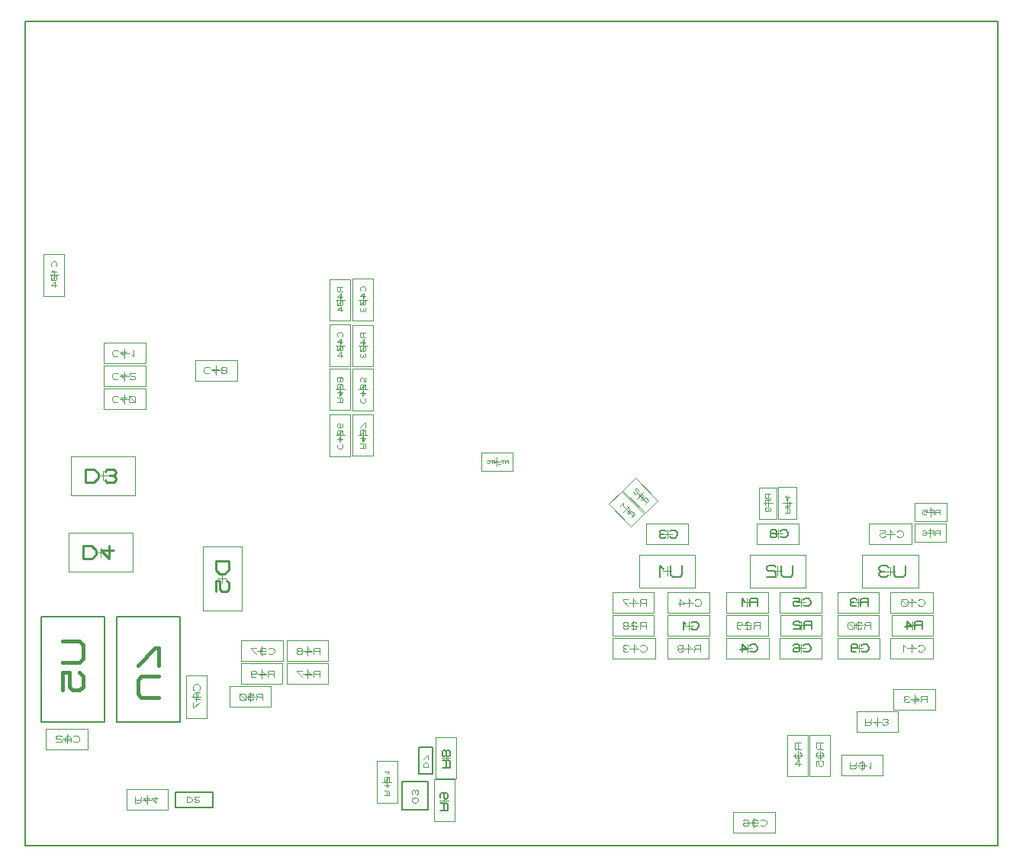
<source format=gbr>
G04 PROTEUS GERBER X2 FILE*
%TF.GenerationSoftware,Labcenter,Proteus,8.7-SP3-Build25561*%
%TF.CreationDate,2021-07-07T13:51:42+00:00*%
%TF.FileFunction,AssemblyDrawing,Bot*%
%TF.FilePolarity,Positive*%
%TF.Part,Single*%
%TF.SameCoordinates,{3a127f8b-3eab-4655-98d0-693b740bd20c}*%
%FSLAX45Y45*%
%MOMM*%
G01*
%TA.AperFunction,Profile*%
%ADD38C,0.203200*%
%TA.AperFunction,Material*%
%ADD121C,0.050000*%
%ADD134C,0.095000*%
%ADD129C,0.093000*%
%ADD46C,0.203200*%
%ADD119C,0.389040*%
%ADD126C,0.118750*%
%ADD150C,0.208330*%
%ADD135C,0.141000*%
%ADD122C,0.116250*%
%ADD151C,0.100580*%
%ADD152C,0.050710*%
%ADD136C,0.103290*%
%ADD153C,0.238330*%
%ADD120C,0.090090*%
%ADD154C,0.088750*%
%TD.AperFunction*%
D38*
X-1079500Y-6413500D02*
X+9715500Y-6413500D01*
X+9715500Y+2730500D01*
X-1079500Y+2730500D01*
X-1079500Y-6413500D01*
D121*
X+2528000Y-631000D02*
X+2528000Y-1101000D01*
X+2298000Y-1101000D01*
X+2298000Y-631000D01*
X+2528000Y-631000D01*
X+2363000Y-866000D02*
X+2463000Y-866000D01*
X+2413000Y-916000D02*
X+2413000Y-816000D01*
D134*
X+2432000Y-771000D02*
X+2441500Y-761500D01*
X+2441500Y-733000D01*
X+2422500Y-714000D01*
X+2403500Y-714000D01*
X+2384500Y-733000D01*
X+2384500Y-761500D01*
X+2394000Y-771000D01*
X+2422500Y-847000D02*
X+2422500Y-790000D01*
X+2384500Y-828000D01*
X+2441500Y-828000D01*
X+2432000Y-866000D02*
X+2394000Y-866000D01*
X+2384500Y-875500D01*
X+2384500Y-913500D01*
X+2394000Y-923000D01*
X+2432000Y-923000D01*
X+2441500Y-913500D01*
X+2441500Y-875500D01*
X+2432000Y-866000D01*
X+2441500Y-866000D02*
X+2384500Y-923000D01*
X+2422500Y-999000D02*
X+2422500Y-942000D01*
X+2384500Y-980000D01*
X+2441500Y-980000D01*
D121*
X+2528000Y-133000D02*
X+2528000Y-593000D01*
X+2298000Y-593000D01*
X+2298000Y-133000D01*
X+2528000Y-133000D01*
X+2363000Y-363000D02*
X+2463000Y-363000D01*
X+2413000Y-413000D02*
X+2413000Y-313000D01*
D129*
X+2440900Y-214200D02*
X+2385100Y-214200D01*
X+2385100Y-260700D01*
X+2394400Y-270000D01*
X+2403700Y-270000D01*
X+2413000Y-260700D01*
X+2413000Y-214200D01*
X+2413000Y-260700D02*
X+2422300Y-270000D01*
X+2440900Y-270000D01*
X+2422300Y-344400D02*
X+2422300Y-288600D01*
X+2385100Y-325800D01*
X+2440900Y-325800D01*
X+2431600Y-363000D02*
X+2394400Y-363000D01*
X+2385100Y-372300D01*
X+2385100Y-409500D01*
X+2394400Y-418800D01*
X+2431600Y-418800D01*
X+2440900Y-409500D01*
X+2440900Y-372300D01*
X+2431600Y-363000D01*
X+2440900Y-363000D02*
X+2385100Y-418800D01*
X+2422300Y-493200D02*
X+2422300Y-437400D01*
X+2385100Y-474600D01*
X+2440900Y-474600D01*
D121*
X+2782000Y-123000D02*
X+2782000Y-593000D01*
X+2552000Y-593000D01*
X+2552000Y-123000D01*
X+2782000Y-123000D01*
X+2617000Y-358000D02*
X+2717000Y-358000D01*
X+2667000Y-408000D02*
X+2667000Y-308000D01*
D134*
X+2686000Y-263000D02*
X+2695500Y-253500D01*
X+2695500Y-225000D01*
X+2676500Y-206000D01*
X+2657500Y-206000D01*
X+2638500Y-225000D01*
X+2638500Y-253500D01*
X+2648000Y-263000D01*
X+2676500Y-339000D02*
X+2676500Y-282000D01*
X+2638500Y-320000D01*
X+2695500Y-320000D01*
X+2686000Y-358000D02*
X+2648000Y-358000D01*
X+2638500Y-367500D01*
X+2638500Y-405500D01*
X+2648000Y-415000D01*
X+2686000Y-415000D01*
X+2695500Y-405500D01*
X+2695500Y-367500D01*
X+2686000Y-358000D01*
X+2695500Y-358000D02*
X+2638500Y-415000D01*
X+2648000Y-443500D02*
X+2638500Y-453000D01*
X+2638500Y-481500D01*
X+2648000Y-491000D01*
X+2657500Y-491000D01*
X+2667000Y-481500D01*
X+2676500Y-491000D01*
X+2686000Y-491000D01*
X+2695500Y-481500D01*
X+2695500Y-453000D01*
X+2686000Y-443500D01*
X+2667000Y-462500D02*
X+2667000Y-481500D01*
D121*
X+2782000Y-641000D02*
X+2782000Y-1101000D01*
X+2552000Y-1101000D01*
X+2552000Y-641000D01*
X+2782000Y-641000D01*
X+2617000Y-871000D02*
X+2717000Y-871000D01*
X+2667000Y-921000D02*
X+2667000Y-821000D01*
D129*
X+2694900Y-722200D02*
X+2639100Y-722200D01*
X+2639100Y-768700D01*
X+2648400Y-778000D01*
X+2657700Y-778000D01*
X+2667000Y-768700D01*
X+2667000Y-722200D01*
X+2667000Y-768700D02*
X+2676300Y-778000D01*
X+2694900Y-778000D01*
X+2676300Y-852400D02*
X+2676300Y-796600D01*
X+2639100Y-833800D01*
X+2694900Y-833800D01*
X+2685600Y-871000D02*
X+2648400Y-871000D01*
X+2639100Y-880300D01*
X+2639100Y-917500D01*
X+2648400Y-926800D01*
X+2685600Y-926800D01*
X+2694900Y-917500D01*
X+2694900Y-880300D01*
X+2685600Y-871000D01*
X+2694900Y-871000D02*
X+2639100Y-926800D01*
X+2648400Y-954700D02*
X+2639100Y-964000D01*
X+2639100Y-991900D01*
X+2648400Y-1001200D01*
X+2657700Y-1001200D01*
X+2667000Y-991900D01*
X+2676300Y-1001200D01*
X+2685600Y-1001200D01*
X+2694900Y-991900D01*
X+2694900Y-964000D01*
X+2685600Y-954700D01*
X+2667000Y-973300D02*
X+2667000Y-991900D01*
D46*
X-902450Y-5041900D02*
X-203950Y-5041900D01*
X-203950Y-3874770D01*
X-902450Y-3874770D01*
X-902450Y-5041900D01*
D119*
X-669913Y-4147101D02*
X-475391Y-4147101D01*
X-436487Y-4186005D01*
X-436487Y-4341622D01*
X-475391Y-4380526D01*
X-669913Y-4380526D01*
X-669913Y-4691760D02*
X-669913Y-4497239D01*
X-592104Y-4497239D01*
X-592104Y-4652856D01*
X-553200Y-4691760D01*
X-475391Y-4691760D01*
X-436487Y-4652856D01*
X-436487Y-4536143D01*
X-475391Y-4497239D01*
D46*
X-64250Y-5041900D02*
X+634250Y-5041900D01*
X+634250Y-3874770D01*
X-64250Y-3874770D01*
X-64250Y-5041900D01*
D119*
X+401713Y-4769569D02*
X+207191Y-4769569D01*
X+168287Y-4730665D01*
X+168287Y-4575048D01*
X+207191Y-4536144D01*
X+401713Y-4536144D01*
X+401713Y-4419431D02*
X+401713Y-4224910D01*
X+362809Y-4224910D01*
X+168287Y-4419431D01*
D121*
X+258000Y-1575500D02*
X-212000Y-1575500D01*
X-212000Y-1345500D01*
X+258000Y-1345500D01*
X+258000Y-1575500D01*
X+23000Y-1410500D02*
X+23000Y-1510500D01*
X-27000Y-1460500D02*
X+73000Y-1460500D01*
D126*
X-48250Y-1436750D02*
X-60125Y-1424875D01*
X-95750Y-1424875D01*
X-119500Y-1448625D01*
X-119500Y-1472375D01*
X-95750Y-1496125D01*
X-60125Y-1496125D01*
X-48250Y-1484250D01*
X+46750Y-1448625D02*
X-24500Y-1448625D01*
X+23000Y-1496125D01*
X+23000Y-1424875D01*
X+70500Y-1436750D02*
X+70500Y-1484250D01*
X+82375Y-1496125D01*
X+129875Y-1496125D01*
X+141750Y-1484250D01*
X+141750Y-1436750D01*
X+129875Y-1424875D01*
X+82375Y-1424875D01*
X+70500Y-1436750D01*
X+70500Y-1424875D02*
X+141750Y-1496125D01*
D121*
X+258000Y-1067500D02*
X-212000Y-1067500D01*
X-212000Y-837500D01*
X+258000Y-837500D01*
X+258000Y-1067500D01*
X+23000Y-902500D02*
X+23000Y-1002500D01*
X-27000Y-952500D02*
X+73000Y-952500D01*
D126*
X-48250Y-928750D02*
X-60125Y-916875D01*
X-95750Y-916875D01*
X-119500Y-940625D01*
X-119500Y-964375D01*
X-95750Y-988125D01*
X-60125Y-988125D01*
X-48250Y-976250D01*
X+46750Y-940625D02*
X-24500Y-940625D01*
X+23000Y-988125D01*
X+23000Y-916875D01*
X+94250Y-964375D02*
X+118000Y-988125D01*
X+118000Y-916875D01*
D121*
X+258000Y-1321500D02*
X-212000Y-1321500D01*
X-212000Y-1091500D01*
X+258000Y-1091500D01*
X+258000Y-1321500D01*
X+23000Y-1156500D02*
X+23000Y-1256500D01*
X-27000Y-1206500D02*
X+73000Y-1206500D01*
D126*
X-48250Y-1182750D02*
X-60125Y-1170875D01*
X-95750Y-1170875D01*
X-119500Y-1194625D01*
X-119500Y-1218375D01*
X-95750Y-1242125D01*
X-60125Y-1242125D01*
X-48250Y-1230250D01*
X+46750Y-1194625D02*
X-24500Y-1194625D01*
X+23000Y-1242125D01*
X+23000Y-1170875D01*
X+82375Y-1230250D02*
X+94250Y-1242125D01*
X+129875Y-1242125D01*
X+141750Y-1230250D01*
X+141750Y-1218375D01*
X+129875Y-1206500D01*
X+94250Y-1206500D01*
X+82375Y-1194625D01*
X+82375Y-1170875D01*
X+141750Y-1170875D01*
D121*
X+804000Y-1028000D02*
X+1274000Y-1028000D01*
X+1274000Y-1258000D01*
X+804000Y-1258000D01*
X+804000Y-1028000D01*
X+1039000Y-1193000D02*
X+1039000Y-1093000D01*
X+1089000Y-1143000D02*
X+989000Y-1143000D01*
D126*
X+967750Y-1119250D02*
X+955875Y-1107375D01*
X+920250Y-1107375D01*
X+896500Y-1131125D01*
X+896500Y-1154875D01*
X+920250Y-1178625D01*
X+955875Y-1178625D01*
X+967750Y-1166750D01*
X+1062750Y-1131125D02*
X+991500Y-1131125D01*
X+1039000Y-1178625D01*
X+1039000Y-1107375D01*
X+1110250Y-1143000D02*
X+1098375Y-1154875D01*
X+1098375Y-1166750D01*
X+1110250Y-1178625D01*
X+1145875Y-1178625D01*
X+1157750Y-1166750D01*
X+1157750Y-1154875D01*
X+1145875Y-1143000D01*
X+1110250Y-1143000D01*
X+1098375Y-1131125D01*
X+1098375Y-1119250D01*
X+1110250Y-1107375D01*
X+1145875Y-1107375D01*
X+1157750Y-1119250D01*
X+1157750Y-1131125D01*
X+1145875Y-1143000D01*
D121*
X-384100Y-5347400D02*
X-854100Y-5347400D01*
X-854100Y-5117400D01*
X-384100Y-5117400D01*
X-384100Y-5347400D01*
X-619100Y-5182400D02*
X-619100Y-5282400D01*
X-669100Y-5232400D02*
X-569100Y-5232400D01*
D126*
X-547850Y-5256150D02*
X-535975Y-5268025D01*
X-500350Y-5268025D01*
X-476600Y-5244275D01*
X-476600Y-5220525D01*
X-500350Y-5196775D01*
X-535975Y-5196775D01*
X-547850Y-5208650D01*
X-571600Y-5268025D02*
X-571600Y-5220525D01*
X-595350Y-5196775D01*
X-619100Y-5196775D01*
X-642850Y-5220525D01*
X-642850Y-5268025D01*
X-571600Y-5244275D02*
X-642850Y-5244275D01*
X-678475Y-5208650D02*
X-690350Y-5196775D01*
X-725975Y-5196775D01*
X-737850Y-5208650D01*
X-737850Y-5220525D01*
X-725975Y-5232400D01*
X-690350Y-5232400D01*
X-678475Y-5244275D01*
X-678475Y-5268025D01*
X-737850Y-5268025D01*
D121*
X+703400Y-4999900D02*
X+703400Y-4529900D01*
X+933400Y-4529900D01*
X+933400Y-4999900D01*
X+703400Y-4999900D01*
X+868400Y-4764900D02*
X+768400Y-4764900D01*
X+818400Y-4714900D02*
X+818400Y-4814900D01*
D126*
X+842150Y-4693650D02*
X+854025Y-4681775D01*
X+854025Y-4646150D01*
X+830275Y-4622400D01*
X+806525Y-4622400D01*
X+782775Y-4646150D01*
X+782775Y-4681775D01*
X+794650Y-4693650D01*
X+854025Y-4717400D02*
X+806525Y-4717400D01*
X+782775Y-4741150D01*
X+782775Y-4764900D01*
X+806525Y-4788650D01*
X+854025Y-4788650D01*
X+830275Y-4717400D02*
X+830275Y-4788650D01*
X+782775Y-4824275D02*
X+782775Y-4883650D01*
X+794650Y-4883650D01*
X+854025Y-4824275D01*
D121*
X+2782000Y-1121500D02*
X+2782000Y-1591500D01*
X+2552000Y-1591500D01*
X+2552000Y-1121500D01*
X+2782000Y-1121500D01*
X+2617000Y-1356500D02*
X+2717000Y-1356500D01*
X+2667000Y-1406500D02*
X+2667000Y-1306500D01*
D134*
X+2648000Y-1451500D02*
X+2638500Y-1461000D01*
X+2638500Y-1489500D01*
X+2657500Y-1508500D01*
X+2676500Y-1508500D01*
X+2695500Y-1489500D01*
X+2695500Y-1461000D01*
X+2686000Y-1451500D01*
X+2657500Y-1375500D02*
X+2657500Y-1432500D01*
X+2695500Y-1394500D01*
X+2638500Y-1394500D01*
X+2648000Y-1356500D02*
X+2686000Y-1356500D01*
X+2695500Y-1347000D01*
X+2695500Y-1309000D01*
X+2686000Y-1299500D01*
X+2648000Y-1299500D01*
X+2638500Y-1309000D01*
X+2638500Y-1347000D01*
X+2648000Y-1356500D01*
X+2638500Y-1356500D02*
X+2695500Y-1299500D01*
X+2695500Y-1223500D02*
X+2695500Y-1271000D01*
X+2676500Y-1271000D01*
X+2676500Y-1233000D01*
X+2667000Y-1223500D01*
X+2648000Y-1223500D01*
X+2638500Y-1233000D01*
X+2638500Y-1261500D01*
X+2648000Y-1271000D01*
D121*
X+2528000Y-1629500D02*
X+2528000Y-2099500D01*
X+2298000Y-2099500D01*
X+2298000Y-1629500D01*
X+2528000Y-1629500D01*
X+2363000Y-1864500D02*
X+2463000Y-1864500D01*
X+2413000Y-1914500D02*
X+2413000Y-1814500D01*
D134*
X+2394000Y-1959500D02*
X+2384500Y-1969000D01*
X+2384500Y-1997500D01*
X+2403500Y-2016500D01*
X+2422500Y-2016500D01*
X+2441500Y-1997500D01*
X+2441500Y-1969000D01*
X+2432000Y-1959500D01*
X+2403500Y-1883500D02*
X+2403500Y-1940500D01*
X+2441500Y-1902500D01*
X+2384500Y-1902500D01*
X+2394000Y-1864500D02*
X+2432000Y-1864500D01*
X+2441500Y-1855000D01*
X+2441500Y-1817000D01*
X+2432000Y-1807500D01*
X+2394000Y-1807500D01*
X+2384500Y-1817000D01*
X+2384500Y-1855000D01*
X+2394000Y-1864500D01*
X+2384500Y-1864500D02*
X+2441500Y-1807500D01*
X+2432000Y-1731500D02*
X+2441500Y-1741000D01*
X+2441500Y-1769500D01*
X+2432000Y-1779000D01*
X+2394000Y-1779000D01*
X+2384500Y-1769500D01*
X+2384500Y-1741000D01*
X+2394000Y-1731500D01*
X+2403500Y-1731500D01*
X+2413000Y-1741000D01*
X+2413000Y-1779000D01*
D121*
X+2782000Y-1629500D02*
X+2782000Y-2089500D01*
X+2552000Y-2089500D01*
X+2552000Y-1629500D01*
X+2782000Y-1629500D01*
X+2617000Y-1859500D02*
X+2717000Y-1859500D01*
X+2667000Y-1909500D02*
X+2667000Y-1809500D01*
D129*
X+2639100Y-2008300D02*
X+2694900Y-2008300D01*
X+2694900Y-1961800D01*
X+2685600Y-1952500D01*
X+2676300Y-1952500D01*
X+2667000Y-1961800D01*
X+2667000Y-2008300D01*
X+2667000Y-1961800D02*
X+2657700Y-1952500D01*
X+2639100Y-1952500D01*
X+2657700Y-1878100D02*
X+2657700Y-1933900D01*
X+2694900Y-1896700D01*
X+2639100Y-1896700D01*
X+2648400Y-1859500D02*
X+2685600Y-1859500D01*
X+2694900Y-1850200D01*
X+2694900Y-1813000D01*
X+2685600Y-1803700D01*
X+2648400Y-1803700D01*
X+2639100Y-1813000D01*
X+2639100Y-1850200D01*
X+2648400Y-1859500D01*
X+2639100Y-1859500D02*
X+2694900Y-1803700D01*
X+2694900Y-1775800D02*
X+2694900Y-1729300D01*
X+2685600Y-1729300D01*
X+2639100Y-1775800D01*
D121*
X+2528000Y-1121500D02*
X+2528000Y-1581500D01*
X+2298000Y-1581500D01*
X+2298000Y-1121500D01*
X+2528000Y-1121500D01*
X+2363000Y-1351500D02*
X+2463000Y-1351500D01*
X+2413000Y-1401500D02*
X+2413000Y-1301500D01*
D129*
X+2385100Y-1500300D02*
X+2440900Y-1500300D01*
X+2440900Y-1453800D01*
X+2431600Y-1444500D01*
X+2422300Y-1444500D01*
X+2413000Y-1453800D01*
X+2413000Y-1500300D01*
X+2413000Y-1453800D02*
X+2403700Y-1444500D01*
X+2385100Y-1444500D01*
X+2403700Y-1370100D02*
X+2403700Y-1425900D01*
X+2440900Y-1388700D01*
X+2385100Y-1388700D01*
X+2394400Y-1351500D02*
X+2431600Y-1351500D01*
X+2440900Y-1342200D01*
X+2440900Y-1305000D01*
X+2431600Y-1295700D01*
X+2394400Y-1295700D01*
X+2385100Y-1305000D01*
X+2385100Y-1342200D01*
X+2394400Y-1351500D01*
X+2385100Y-1351500D02*
X+2440900Y-1295700D01*
X+2413000Y-1258500D02*
X+2422300Y-1267800D01*
X+2431600Y-1267800D01*
X+2440900Y-1258500D01*
X+2440900Y-1230600D01*
X+2431600Y-1221300D01*
X+2422300Y-1221300D01*
X+2413000Y-1230600D01*
X+2413000Y-1258500D01*
X+2403700Y-1267800D01*
X+2394400Y-1267800D01*
X+2385100Y-1258500D01*
X+2385100Y-1230600D01*
X+2394400Y-1221300D01*
X+2403700Y-1221300D01*
X+2413000Y-1230600D01*
D121*
X+6354000Y-3550902D02*
X+5734000Y-3550902D01*
X+5734000Y-3190902D01*
X+6354000Y-3190902D01*
X+6354000Y-3550902D01*
X+6044000Y-3320902D02*
X+6044000Y-3420902D01*
X+5994000Y-3370902D02*
X+6094000Y-3370902D01*
D150*
X+6210666Y-3308402D02*
X+6210666Y-3412569D01*
X+6189833Y-3433402D01*
X+6106500Y-3433402D01*
X+6085667Y-3412569D01*
X+6085667Y-3308402D01*
X+6002334Y-3350069D02*
X+5960667Y-3308402D01*
X+5960667Y-3433402D01*
D121*
X+7581107Y-3550533D02*
X+6961107Y-3550533D01*
X+6961107Y-3190533D01*
X+7581107Y-3190533D01*
X+7581107Y-3550533D01*
X+7271107Y-3320533D02*
X+7271107Y-3420533D01*
X+7221107Y-3370533D02*
X+7321107Y-3370533D01*
D150*
X+7437773Y-3308033D02*
X+7437773Y-3412200D01*
X+7416940Y-3433033D01*
X+7333607Y-3433033D01*
X+7312774Y-3412200D01*
X+7312774Y-3308033D01*
X+7250274Y-3328866D02*
X+7229441Y-3308033D01*
X+7166941Y-3308033D01*
X+7146108Y-3328866D01*
X+7146108Y-3349700D01*
X+7166941Y-3370533D01*
X+7229441Y-3370533D01*
X+7250274Y-3391366D01*
X+7250274Y-3433033D01*
X+7146108Y-3433033D01*
D121*
X+8830869Y-3552033D02*
X+8210869Y-3552033D01*
X+8210869Y-3192033D01*
X+8830869Y-3192033D01*
X+8830869Y-3552033D01*
X+8520869Y-3322033D02*
X+8520869Y-3422033D01*
X+8470869Y-3372033D02*
X+8570869Y-3372033D01*
D150*
X+8687535Y-3309533D02*
X+8687535Y-3413700D01*
X+8666702Y-3434533D01*
X+8583369Y-3434533D01*
X+8562536Y-3413700D01*
X+8562536Y-3309533D01*
X+8500036Y-3330366D02*
X+8479203Y-3309533D01*
X+8416703Y-3309533D01*
X+8395870Y-3330366D01*
X+8395870Y-3351200D01*
X+8416703Y-3372033D01*
X+8395870Y-3392866D01*
X+8395870Y-3413700D01*
X+8416703Y-3434533D01*
X+8479203Y-3434533D01*
X+8500036Y-3413700D01*
X+8458370Y-3372033D02*
X+8416703Y-3372033D01*
D121*
X+6280500Y-3072402D02*
X+5810500Y-3072402D01*
X+5810500Y-2842402D01*
X+6280500Y-2842402D01*
X+6280500Y-3072402D01*
X+6045500Y-2907402D02*
X+6045500Y-3007402D01*
X+5995500Y-2957402D02*
X+6095500Y-2957402D01*
D135*
X+6073700Y-2985602D02*
X+6087800Y-2999702D01*
X+6130100Y-2999702D01*
X+6158300Y-2971502D01*
X+6158300Y-2943302D01*
X+6130100Y-2915102D01*
X+6087800Y-2915102D01*
X+6073700Y-2929202D01*
X+6031400Y-2929202D02*
X+6017300Y-2915102D01*
X+5975000Y-2915102D01*
X+5960900Y-2929202D01*
X+5960900Y-2943302D01*
X+5975000Y-2957402D01*
X+5960900Y-2971502D01*
X+5960900Y-2985602D01*
X+5975000Y-2999702D01*
X+6017300Y-2999702D01*
X+6031400Y-2985602D01*
X+6003200Y-2957402D02*
X+5975000Y-2957402D01*
D121*
X+7507607Y-3072033D02*
X+7037607Y-3072033D01*
X+7037607Y-2842033D01*
X+7507607Y-2842033D01*
X+7507607Y-3072033D01*
X+7272607Y-2907033D02*
X+7272607Y-3007033D01*
X+7222607Y-2957033D02*
X+7322607Y-2957033D01*
D135*
X+7300807Y-2985233D02*
X+7314907Y-2999333D01*
X+7357207Y-2999333D01*
X+7385407Y-2971133D01*
X+7385407Y-2942933D01*
X+7357207Y-2914733D01*
X+7314907Y-2914733D01*
X+7300807Y-2928833D01*
X+7244407Y-2957033D02*
X+7258507Y-2942933D01*
X+7258507Y-2928833D01*
X+7244407Y-2914733D01*
X+7202107Y-2914733D01*
X+7188007Y-2928833D01*
X+7188007Y-2942933D01*
X+7202107Y-2957033D01*
X+7244407Y-2957033D01*
X+7258507Y-2971133D01*
X+7258507Y-2985233D01*
X+7244407Y-2999333D01*
X+7202107Y-2999333D01*
X+7188007Y-2985233D01*
X+7188007Y-2971133D01*
X+7202107Y-2957033D01*
D121*
X+8757369Y-3073533D02*
X+8287369Y-3073533D01*
X+8287369Y-2843533D01*
X+8757369Y-2843533D01*
X+8757369Y-3073533D01*
X+8522369Y-2908533D02*
X+8522369Y-3008533D01*
X+8472369Y-2958533D02*
X+8572369Y-2958533D01*
D126*
X+8593619Y-2982283D02*
X+8605494Y-2994158D01*
X+8641119Y-2994158D01*
X+8664869Y-2970408D01*
X+8664869Y-2946658D01*
X+8641119Y-2922908D01*
X+8605494Y-2922908D01*
X+8593619Y-2934783D01*
X+8546119Y-2946658D02*
X+8522369Y-2922908D01*
X+8522369Y-2994158D01*
X+8403619Y-2922908D02*
X+8462994Y-2922908D01*
X+8462994Y-2946658D01*
X+8415494Y-2946658D01*
X+8403619Y-2958533D01*
X+8403619Y-2982283D01*
X+8415494Y-2994158D01*
X+8451119Y-2994158D01*
X+8462994Y-2982283D01*
D121*
X+6517000Y-3834402D02*
X+6047000Y-3834402D01*
X+6047000Y-3604402D01*
X+6517000Y-3604402D01*
X+6517000Y-3834402D01*
X+6282000Y-3669402D02*
X+6282000Y-3769402D01*
X+6232000Y-3719402D02*
X+6332000Y-3719402D01*
D126*
X+6353250Y-3743152D02*
X+6365125Y-3755027D01*
X+6400750Y-3755027D01*
X+6424500Y-3731277D01*
X+6424500Y-3707527D01*
X+6400750Y-3683777D01*
X+6365125Y-3683777D01*
X+6353250Y-3695652D01*
X+6305750Y-3707527D02*
X+6282000Y-3683777D01*
X+6282000Y-3755027D01*
X+6163250Y-3731277D02*
X+6234500Y-3731277D01*
X+6187000Y-3683777D01*
X+6187000Y-3755027D01*
D121*
X+7761607Y-3834033D02*
X+7291607Y-3834033D01*
X+7291607Y-3604033D01*
X+7761607Y-3604033D01*
X+7761607Y-3834033D01*
X+7526607Y-3669033D02*
X+7526607Y-3769033D01*
X+7476607Y-3719033D02*
X+7576607Y-3719033D01*
D135*
X+7554807Y-3747233D02*
X+7568907Y-3761333D01*
X+7611207Y-3761333D01*
X+7639407Y-3733133D01*
X+7639407Y-3704933D01*
X+7611207Y-3676733D01*
X+7568907Y-3676733D01*
X+7554807Y-3690833D01*
X+7442007Y-3676733D02*
X+7512507Y-3676733D01*
X+7512507Y-3704933D01*
X+7456107Y-3704933D01*
X+7442007Y-3719033D01*
X+7442007Y-3747233D01*
X+7456107Y-3761333D01*
X+7498407Y-3761333D01*
X+7512507Y-3747233D01*
D121*
X+8993869Y-3834033D02*
X+8523869Y-3834033D01*
X+8523869Y-3604033D01*
X+8993869Y-3604033D01*
X+8993869Y-3834033D01*
X+8758869Y-3669033D02*
X+8758869Y-3769033D01*
X+8708869Y-3719033D02*
X+8808869Y-3719033D01*
D126*
X+8830119Y-3742783D02*
X+8841994Y-3754658D01*
X+8877619Y-3754658D01*
X+8901369Y-3730908D01*
X+8901369Y-3707158D01*
X+8877619Y-3683408D01*
X+8841994Y-3683408D01*
X+8830119Y-3695283D01*
X+8782619Y-3707158D02*
X+8758869Y-3683408D01*
X+8758869Y-3754658D01*
X+8711369Y-3742783D02*
X+8711369Y-3695283D01*
X+8699494Y-3683408D01*
X+8651994Y-3683408D01*
X+8640119Y-3695283D01*
X+8640119Y-3742783D01*
X+8651994Y-3754658D01*
X+8699494Y-3754658D01*
X+8711369Y-3742783D01*
X+8711369Y-3754658D02*
X+8640119Y-3683408D01*
D121*
X+6517000Y-4088402D02*
X+6047000Y-4088402D01*
X+6047000Y-3858402D01*
X+6517000Y-3858402D01*
X+6517000Y-4088402D01*
X+6282000Y-3923402D02*
X+6282000Y-4023402D01*
X+6232000Y-3973402D02*
X+6332000Y-3973402D01*
D135*
X+6310200Y-4001602D02*
X+6324300Y-4015702D01*
X+6366600Y-4015702D01*
X+6394800Y-3987502D01*
X+6394800Y-3959302D01*
X+6366600Y-3931102D01*
X+6324300Y-3931102D01*
X+6310200Y-3945202D01*
X+6253800Y-3959302D02*
X+6225600Y-3931102D01*
X+6225600Y-4015702D01*
D121*
X+5909500Y-4342402D02*
X+5439500Y-4342402D01*
X+5439500Y-4112402D01*
X+5909500Y-4112402D01*
X+5909500Y-4342402D01*
X+5674500Y-4177402D02*
X+5674500Y-4277402D01*
X+5624500Y-4227402D02*
X+5724500Y-4227402D01*
D126*
X+5745750Y-4251152D02*
X+5757625Y-4263027D01*
X+5793250Y-4263027D01*
X+5817000Y-4239277D01*
X+5817000Y-4215527D01*
X+5793250Y-4191777D01*
X+5757625Y-4191777D01*
X+5745750Y-4203652D01*
X+5698250Y-4215527D02*
X+5674500Y-4191777D01*
X+5674500Y-4263027D01*
X+5615125Y-4203652D02*
X+5603250Y-4191777D01*
X+5567625Y-4191777D01*
X+5555750Y-4203652D01*
X+5555750Y-4215527D01*
X+5567625Y-4227402D01*
X+5555750Y-4239277D01*
X+5555750Y-4251152D01*
X+5567625Y-4263027D01*
X+5603250Y-4263027D01*
X+5615125Y-4251152D01*
X+5591375Y-4227402D02*
X+5567625Y-4227402D01*
D121*
X+5439500Y-3604402D02*
X+5899500Y-3604402D01*
X+5899500Y-3834402D01*
X+5439500Y-3834402D01*
X+5439500Y-3604402D01*
X+5669500Y-3769402D02*
X+5669500Y-3669402D01*
X+5719500Y-3719402D02*
X+5619500Y-3719402D01*
D122*
X+5809000Y-3754277D02*
X+5809000Y-3684527D01*
X+5750875Y-3684527D01*
X+5739250Y-3696152D01*
X+5739250Y-3707777D01*
X+5750875Y-3719402D01*
X+5809000Y-3719402D01*
X+5750875Y-3719402D02*
X+5739250Y-3731027D01*
X+5739250Y-3754277D01*
X+5692750Y-3707777D02*
X+5669500Y-3684527D01*
X+5669500Y-3754277D01*
X+5611375Y-3684527D02*
X+5553250Y-3684527D01*
X+5553250Y-3696152D01*
X+5611375Y-3754277D01*
D121*
X+6507000Y-4342402D02*
X+6047000Y-4342402D01*
X+6047000Y-4112402D01*
X+6507000Y-4112402D01*
X+6507000Y-4342402D01*
X+6277000Y-4177402D02*
X+6277000Y-4277402D01*
X+6227000Y-4227402D02*
X+6327000Y-4227402D01*
D122*
X+6416500Y-4262277D02*
X+6416500Y-4192527D01*
X+6358375Y-4192527D01*
X+6346750Y-4204152D01*
X+6346750Y-4215777D01*
X+6358375Y-4227402D01*
X+6416500Y-4227402D01*
X+6358375Y-4227402D02*
X+6346750Y-4239027D01*
X+6346750Y-4262277D01*
X+6300250Y-4215777D02*
X+6277000Y-4192527D01*
X+6277000Y-4262277D01*
X+6207250Y-4227402D02*
X+6218875Y-4215777D01*
X+6218875Y-4204152D01*
X+6207250Y-4192527D01*
X+6172375Y-4192527D01*
X+6160750Y-4204152D01*
X+6160750Y-4215777D01*
X+6172375Y-4227402D01*
X+6207250Y-4227402D01*
X+6218875Y-4239027D01*
X+6218875Y-4250652D01*
X+6207250Y-4262277D01*
X+6172375Y-4262277D01*
X+6160750Y-4250652D01*
X+6160750Y-4239027D01*
X+6172375Y-4227402D01*
D121*
X+5899500Y-4088402D02*
X+5439500Y-4088402D01*
X+5439500Y-3858402D01*
X+5899500Y-3858402D01*
X+5899500Y-4088402D01*
X+5669500Y-3923402D02*
X+5669500Y-4023402D01*
X+5619500Y-3973402D02*
X+5719500Y-3973402D01*
D122*
X+5809000Y-4008277D02*
X+5809000Y-3938527D01*
X+5750875Y-3938527D01*
X+5739250Y-3950152D01*
X+5739250Y-3961777D01*
X+5750875Y-3973402D01*
X+5809000Y-3973402D01*
X+5750875Y-3973402D02*
X+5739250Y-3985027D01*
X+5739250Y-4008277D01*
X+5704375Y-3950152D02*
X+5692750Y-3938527D01*
X+5657875Y-3938527D01*
X+5646250Y-3950152D01*
X+5646250Y-3961777D01*
X+5657875Y-3973402D01*
X+5692750Y-3973402D01*
X+5704375Y-3985027D01*
X+5704375Y-4008277D01*
X+5646250Y-4008277D01*
X+5599750Y-3973402D02*
X+5611375Y-3961777D01*
X+5611375Y-3950152D01*
X+5599750Y-3938527D01*
X+5564875Y-3938527D01*
X+5553250Y-3950152D01*
X+5553250Y-3961777D01*
X+5564875Y-3973402D01*
X+5599750Y-3973402D01*
X+5611375Y-3985027D01*
X+5611375Y-3996652D01*
X+5599750Y-4008277D01*
X+5564875Y-4008277D01*
X+5553250Y-3996652D01*
X+5553250Y-3985027D01*
X+5564875Y-3973402D01*
D121*
X+6702607Y-3604033D02*
X+7162607Y-3604033D01*
X+7162607Y-3834033D01*
X+6702607Y-3834033D01*
X+6702607Y-3604033D01*
X+6932607Y-3769033D02*
X+6932607Y-3669033D01*
X+6982607Y-3719033D02*
X+6882607Y-3719033D01*
D135*
X+7045407Y-3761333D02*
X+7045407Y-3676733D01*
X+6974907Y-3676733D01*
X+6960807Y-3690833D01*
X+6960807Y-3704933D01*
X+6974907Y-3719033D01*
X+7045407Y-3719033D01*
X+6974907Y-3719033D02*
X+6960807Y-3733133D01*
X+6960807Y-3761333D01*
X+6904407Y-3704933D02*
X+6876207Y-3676733D01*
X+6876207Y-3761333D01*
D121*
X+7761607Y-4088033D02*
X+7301607Y-4088033D01*
X+7301607Y-3858033D01*
X+7761607Y-3858033D01*
X+7761607Y-4088033D01*
X+7531607Y-3923033D02*
X+7531607Y-4023033D01*
X+7481607Y-3973033D02*
X+7581607Y-3973033D01*
D135*
X+7644407Y-4015333D02*
X+7644407Y-3930733D01*
X+7573907Y-3930733D01*
X+7559807Y-3944833D01*
X+7559807Y-3958933D01*
X+7573907Y-3973033D01*
X+7644407Y-3973033D01*
X+7573907Y-3973033D02*
X+7559807Y-3987133D01*
X+7559807Y-4015333D01*
X+7517507Y-3944833D02*
X+7503407Y-3930733D01*
X+7461107Y-3930733D01*
X+7447007Y-3944833D01*
X+7447007Y-3958933D01*
X+7461107Y-3973033D01*
X+7503407Y-3973033D01*
X+7517507Y-3987133D01*
X+7517507Y-4015333D01*
X+7447007Y-4015333D01*
D121*
X+7162607Y-4088033D02*
X+6702607Y-4088033D01*
X+6702607Y-3858033D01*
X+7162607Y-3858033D01*
X+7162607Y-4088033D01*
X+6932607Y-3923033D02*
X+6932607Y-4023033D01*
X+6882607Y-3973033D02*
X+6982607Y-3973033D01*
D122*
X+7072107Y-4007908D02*
X+7072107Y-3938158D01*
X+7013982Y-3938158D01*
X+7002357Y-3949783D01*
X+7002357Y-3961408D01*
X+7013982Y-3973033D01*
X+7072107Y-3973033D01*
X+7013982Y-3973033D02*
X+7002357Y-3984658D01*
X+7002357Y-4007908D01*
X+6967482Y-3949783D02*
X+6955857Y-3938158D01*
X+6920982Y-3938158D01*
X+6909357Y-3949783D01*
X+6909357Y-3961408D01*
X+6920982Y-3973033D01*
X+6955857Y-3973033D01*
X+6967482Y-3984658D01*
X+6967482Y-4007908D01*
X+6909357Y-4007908D01*
X+6816357Y-3961408D02*
X+6827982Y-3973033D01*
X+6862857Y-3973033D01*
X+6874482Y-3961408D01*
X+6874482Y-3949783D01*
X+6862857Y-3938158D01*
X+6827982Y-3938158D01*
X+6816357Y-3949783D01*
X+6816357Y-3996283D01*
X+6827982Y-4007908D01*
X+6862857Y-4007908D01*
D121*
X+7934869Y-3604033D02*
X+8394869Y-3604033D01*
X+8394869Y-3834033D01*
X+7934869Y-3834033D01*
X+7934869Y-3604033D01*
X+8164869Y-3769033D02*
X+8164869Y-3669033D01*
X+8214869Y-3719033D02*
X+8114869Y-3719033D01*
D135*
X+8277669Y-3761333D02*
X+8277669Y-3676733D01*
X+8207169Y-3676733D01*
X+8193069Y-3690833D01*
X+8193069Y-3704933D01*
X+8207169Y-3719033D01*
X+8277669Y-3719033D01*
X+8207169Y-3719033D02*
X+8193069Y-3733133D01*
X+8193069Y-3761333D01*
X+8150769Y-3690833D02*
X+8136669Y-3676733D01*
X+8094369Y-3676733D01*
X+8080269Y-3690833D01*
X+8080269Y-3704933D01*
X+8094369Y-3719033D01*
X+8080269Y-3733133D01*
X+8080269Y-3747233D01*
X+8094369Y-3761333D01*
X+8136669Y-3761333D01*
X+8150769Y-3747233D01*
X+8122569Y-3719033D02*
X+8094369Y-3719033D01*
D121*
X+8993869Y-4088033D02*
X+8533869Y-4088033D01*
X+8533869Y-3858033D01*
X+8993869Y-3858033D01*
X+8993869Y-4088033D01*
X+8763869Y-3923033D02*
X+8763869Y-4023033D01*
X+8713869Y-3973033D02*
X+8813869Y-3973033D01*
D135*
X+8876669Y-4015333D02*
X+8876669Y-3930733D01*
X+8806169Y-3930733D01*
X+8792069Y-3944833D01*
X+8792069Y-3958933D01*
X+8806169Y-3973033D01*
X+8876669Y-3973033D01*
X+8806169Y-3973033D02*
X+8792069Y-3987133D01*
X+8792069Y-4015333D01*
X+8679269Y-3987133D02*
X+8763869Y-3987133D01*
X+8707469Y-3930733D01*
X+8707469Y-4015333D01*
D121*
X+8394869Y-4088033D02*
X+7934869Y-4088033D01*
X+7934869Y-3858033D01*
X+8394869Y-3858033D01*
X+8394869Y-4088033D01*
X+8164869Y-3923033D02*
X+8164869Y-4023033D01*
X+8114869Y-3973033D02*
X+8214869Y-3973033D01*
D122*
X+8304369Y-4007908D02*
X+8304369Y-3938158D01*
X+8246244Y-3938158D01*
X+8234619Y-3949783D01*
X+8234619Y-3961408D01*
X+8246244Y-3973033D01*
X+8304369Y-3973033D01*
X+8246244Y-3973033D02*
X+8234619Y-3984658D01*
X+8234619Y-4007908D01*
X+8199744Y-3949783D02*
X+8188119Y-3938158D01*
X+8153244Y-3938158D01*
X+8141619Y-3949783D01*
X+8141619Y-3961408D01*
X+8153244Y-3973033D01*
X+8141619Y-3984658D01*
X+8141619Y-3996283D01*
X+8153244Y-4007908D01*
X+8188119Y-4007908D01*
X+8199744Y-3996283D01*
X+8176494Y-3973033D02*
X+8153244Y-3973033D01*
X+8118369Y-3996283D02*
X+8118369Y-3949783D01*
X+8106744Y-3938158D01*
X+8060244Y-3938158D01*
X+8048619Y-3949783D01*
X+8048619Y-3996283D01*
X+8060244Y-4007908D01*
X+8106744Y-4007908D01*
X+8118369Y-3996283D01*
X+8118369Y-4007908D02*
X+8048619Y-3938158D01*
D121*
X+7172607Y-4342033D02*
X+6702607Y-4342033D01*
X+6702607Y-4112033D01*
X+7172607Y-4112033D01*
X+7172607Y-4342033D01*
X+6937607Y-4177033D02*
X+6937607Y-4277033D01*
X+6887607Y-4227033D02*
X+6987607Y-4227033D01*
D135*
X+6965807Y-4255233D02*
X+6979907Y-4269333D01*
X+7022207Y-4269333D01*
X+7050407Y-4241133D01*
X+7050407Y-4212933D01*
X+7022207Y-4184733D01*
X+6979907Y-4184733D01*
X+6965807Y-4198833D01*
X+6853007Y-4241133D02*
X+6937607Y-4241133D01*
X+6881207Y-4184733D01*
X+6881207Y-4269333D01*
D121*
X+7761607Y-4342033D02*
X+7291607Y-4342033D01*
X+7291607Y-4112033D01*
X+7761607Y-4112033D01*
X+7761607Y-4342033D01*
X+7526607Y-4177033D02*
X+7526607Y-4277033D01*
X+7476607Y-4227033D02*
X+7576607Y-4227033D01*
D135*
X+7554807Y-4255233D02*
X+7568907Y-4269333D01*
X+7611207Y-4269333D01*
X+7639407Y-4241133D01*
X+7639407Y-4212933D01*
X+7611207Y-4184733D01*
X+7568907Y-4184733D01*
X+7554807Y-4198833D01*
X+7442007Y-4198833D02*
X+7456107Y-4184733D01*
X+7498407Y-4184733D01*
X+7512507Y-4198833D01*
X+7512507Y-4255233D01*
X+7498407Y-4269333D01*
X+7456107Y-4269333D01*
X+7442007Y-4255233D01*
X+7442007Y-4241133D01*
X+7456107Y-4227033D01*
X+7512507Y-4227033D01*
D121*
X+8404869Y-4342033D02*
X+7934869Y-4342033D01*
X+7934869Y-4112033D01*
X+8404869Y-4112033D01*
X+8404869Y-4342033D01*
X+8169869Y-4177033D02*
X+8169869Y-4277033D01*
X+8119869Y-4227033D02*
X+8219869Y-4227033D01*
D135*
X+8198069Y-4255233D02*
X+8212169Y-4269333D01*
X+8254469Y-4269333D01*
X+8282669Y-4241133D01*
X+8282669Y-4212933D01*
X+8254469Y-4184733D01*
X+8212169Y-4184733D01*
X+8198069Y-4198833D01*
X+8085269Y-4212933D02*
X+8099369Y-4227033D01*
X+8141669Y-4227033D01*
X+8155769Y-4212933D01*
X+8155769Y-4198833D01*
X+8141669Y-4184733D01*
X+8099369Y-4184733D01*
X+8085269Y-4198833D01*
X+8085269Y-4255233D01*
X+8099369Y-4269333D01*
X+8141669Y-4269333D01*
D121*
X+8993869Y-4342033D02*
X+8523869Y-4342033D01*
X+8523869Y-4112033D01*
X+8993869Y-4112033D01*
X+8993869Y-4342033D01*
X+8758869Y-4177033D02*
X+8758869Y-4277033D01*
X+8708869Y-4227033D02*
X+8808869Y-4227033D01*
D126*
X+8830119Y-4250783D02*
X+8841994Y-4262658D01*
X+8877619Y-4262658D01*
X+8901369Y-4238908D01*
X+8901369Y-4215158D01*
X+8877619Y-4191408D01*
X+8841994Y-4191408D01*
X+8830119Y-4203283D01*
X+8782619Y-4215158D02*
X+8758869Y-4191408D01*
X+8758869Y-4262658D01*
X+8687619Y-4215158D02*
X+8663869Y-4191408D01*
X+8663869Y-4262658D01*
D121*
X+7243000Y-6274500D02*
X+6773000Y-6274500D01*
X+6773000Y-6044500D01*
X+7243000Y-6044500D01*
X+7243000Y-6274500D01*
X+7008000Y-6109500D02*
X+7008000Y-6209500D01*
X+6958000Y-6159500D02*
X+7058000Y-6159500D01*
D126*
X+7079250Y-6183250D02*
X+7091125Y-6195125D01*
X+7126750Y-6195125D01*
X+7150500Y-6171375D01*
X+7150500Y-6147625D01*
X+7126750Y-6123875D01*
X+7091125Y-6123875D01*
X+7079250Y-6135750D01*
X+7043625Y-6135750D02*
X+7031750Y-6123875D01*
X+6996125Y-6123875D01*
X+6984250Y-6135750D01*
X+6984250Y-6147625D01*
X+6996125Y-6159500D01*
X+6984250Y-6171375D01*
X+6984250Y-6183250D01*
X+6996125Y-6195125D01*
X+7031750Y-6195125D01*
X+7043625Y-6183250D01*
X+7019875Y-6159500D02*
X+6996125Y-6159500D01*
X+6889250Y-6135750D02*
X+6901125Y-6123875D01*
X+6936750Y-6123875D01*
X+6948625Y-6135750D01*
X+6948625Y-6183250D01*
X+6936750Y-6195125D01*
X+6901125Y-6195125D01*
X+6889250Y-6183250D01*
X+6889250Y-6171375D01*
X+6901125Y-6159500D01*
X+6948625Y-6159500D01*
D121*
X+1782000Y-4369500D02*
X+1312000Y-4369500D01*
X+1312000Y-4139500D01*
X+1782000Y-4139500D01*
X+1782000Y-4369500D01*
X+1547000Y-4204500D02*
X+1547000Y-4304500D01*
X+1497000Y-4254500D02*
X+1597000Y-4254500D01*
D126*
X+1618250Y-4278250D02*
X+1630125Y-4290125D01*
X+1665750Y-4290125D01*
X+1689500Y-4266375D01*
X+1689500Y-4242625D01*
X+1665750Y-4218875D01*
X+1630125Y-4218875D01*
X+1618250Y-4230750D01*
X+1582625Y-4230750D02*
X+1570750Y-4218875D01*
X+1535125Y-4218875D01*
X+1523250Y-4230750D01*
X+1523250Y-4242625D01*
X+1535125Y-4254500D01*
X+1523250Y-4266375D01*
X+1523250Y-4278250D01*
X+1535125Y-4290125D01*
X+1570750Y-4290125D01*
X+1582625Y-4278250D01*
X+1558875Y-4254500D02*
X+1535125Y-4254500D01*
X+1487625Y-4218875D02*
X+1428250Y-4218875D01*
X+1428250Y-4230750D01*
X+1487625Y-4290125D01*
D121*
X-647000Y+148500D02*
X-647000Y-321500D01*
X-877000Y-321500D01*
X-877000Y+148500D01*
X-647000Y+148500D01*
X-812000Y-86500D02*
X-712000Y-86500D01*
X-762000Y-136500D02*
X-762000Y-36500D01*
D134*
X-743000Y+8500D02*
X-733500Y+18000D01*
X-733500Y+46500D01*
X-752500Y+65500D01*
X-771500Y+65500D01*
X-790500Y+46500D01*
X-790500Y+18000D01*
X-781000Y+8500D01*
X-771500Y-29500D02*
X-790500Y-48500D01*
X-733500Y-48500D01*
X-743000Y-86500D02*
X-781000Y-86500D01*
X-790500Y-96000D01*
X-790500Y-134000D01*
X-781000Y-143500D01*
X-743000Y-143500D01*
X-733500Y-134000D01*
X-733500Y-96000D01*
X-743000Y-86500D01*
X-733500Y-86500D02*
X-790500Y-143500D01*
X-752500Y-219500D02*
X-752500Y-162500D01*
X-790500Y-200500D01*
X-733500Y-200500D01*
D46*
X+584200Y-5989320D02*
X+1000760Y-5989320D01*
X+1000760Y-5821680D01*
X+584200Y-5821680D01*
X+584200Y-5989320D01*
D151*
X+712013Y-5875324D02*
X+712013Y-5935675D01*
X+752246Y-5935675D01*
X+772363Y-5915558D01*
X+772363Y-5895441D01*
X+752246Y-5875324D01*
X+712013Y-5875324D01*
X+802538Y-5925616D02*
X+812596Y-5935675D01*
X+842771Y-5935675D01*
X+852830Y-5925616D01*
X+852830Y-5915558D01*
X+842771Y-5905500D01*
X+812596Y-5905500D01*
X+802538Y-5895441D01*
X+802538Y-5875324D01*
X+852830Y-5875324D01*
D121*
X+7979500Y-5409500D02*
X+8439500Y-5409500D01*
X+8439500Y-5639500D01*
X+7979500Y-5639500D01*
X+7979500Y-5409500D01*
X+8209500Y-5574500D02*
X+8209500Y-5474500D01*
X+8259500Y-5524500D02*
X+8159500Y-5524500D01*
D122*
X+8070000Y-5489625D02*
X+8070000Y-5559375D01*
X+8128125Y-5559375D01*
X+8139750Y-5547750D01*
X+8139750Y-5536125D01*
X+8128125Y-5524500D01*
X+8070000Y-5524500D01*
X+8128125Y-5524500D02*
X+8139750Y-5512875D01*
X+8139750Y-5489625D01*
X+8174625Y-5547750D02*
X+8186250Y-5559375D01*
X+8221125Y-5559375D01*
X+8232750Y-5547750D01*
X+8232750Y-5536125D01*
X+8221125Y-5524500D01*
X+8232750Y-5512875D01*
X+8232750Y-5501250D01*
X+8221125Y-5489625D01*
X+8186250Y-5489625D01*
X+8174625Y-5501250D01*
X+8197875Y-5524500D02*
X+8221125Y-5524500D01*
X+8279250Y-5536125D02*
X+8302500Y-5559375D01*
X+8302500Y-5489625D01*
D121*
X+7608000Y-5185500D02*
X+7608000Y-5645500D01*
X+7378000Y-5645500D01*
X+7378000Y-5185500D01*
X+7608000Y-5185500D01*
X+7443000Y-5415500D02*
X+7543000Y-5415500D01*
X+7493000Y-5465500D02*
X+7493000Y-5365500D01*
D122*
X+7527875Y-5276000D02*
X+7458125Y-5276000D01*
X+7458125Y-5334125D01*
X+7469750Y-5345750D01*
X+7481375Y-5345750D01*
X+7493000Y-5334125D01*
X+7493000Y-5276000D01*
X+7493000Y-5334125D02*
X+7504625Y-5345750D01*
X+7527875Y-5345750D01*
X+7469750Y-5380625D02*
X+7458125Y-5392250D01*
X+7458125Y-5427125D01*
X+7469750Y-5438750D01*
X+7481375Y-5438750D01*
X+7493000Y-5427125D01*
X+7504625Y-5438750D01*
X+7516250Y-5438750D01*
X+7527875Y-5427125D01*
X+7527875Y-5392250D01*
X+7516250Y-5380625D01*
X+7493000Y-5403875D02*
X+7493000Y-5427125D01*
X+7504625Y-5531750D02*
X+7504625Y-5462000D01*
X+7458125Y-5508500D01*
X+7527875Y-5508500D01*
D121*
X+7622500Y-5645500D02*
X+7622500Y-5185500D01*
X+7852500Y-5185500D01*
X+7852500Y-5645500D01*
X+7622500Y-5645500D01*
X+7787500Y-5415500D02*
X+7687500Y-5415500D01*
X+7737500Y-5365500D02*
X+7737500Y-5465500D01*
D122*
X+7772375Y-5276000D02*
X+7702625Y-5276000D01*
X+7702625Y-5334125D01*
X+7714250Y-5345750D01*
X+7725875Y-5345750D01*
X+7737500Y-5334125D01*
X+7737500Y-5276000D01*
X+7737500Y-5334125D02*
X+7749125Y-5345750D01*
X+7772375Y-5345750D01*
X+7714250Y-5380625D02*
X+7702625Y-5392250D01*
X+7702625Y-5427125D01*
X+7714250Y-5438750D01*
X+7725875Y-5438750D01*
X+7737500Y-5427125D01*
X+7749125Y-5438750D01*
X+7760750Y-5438750D01*
X+7772375Y-5427125D01*
X+7772375Y-5392250D01*
X+7760750Y-5380625D01*
X+7737500Y-5403875D02*
X+7737500Y-5427125D01*
X+7702625Y-5531750D02*
X+7702625Y-5473625D01*
X+7725875Y-5473625D01*
X+7725875Y-5520125D01*
X+7737500Y-5531750D01*
X+7760750Y-5531750D01*
X+7772375Y-5520125D01*
X+7772375Y-5485250D01*
X+7760750Y-5473625D01*
D121*
X+8558416Y-4678216D02*
X+9018416Y-4678216D01*
X+9018416Y-4908216D01*
X+8558416Y-4908216D01*
X+8558416Y-4678216D01*
X+8788416Y-4843216D02*
X+8788416Y-4743216D01*
X+8838416Y-4793216D02*
X+8738416Y-4793216D01*
D122*
X+8927916Y-4828091D02*
X+8927916Y-4758341D01*
X+8869791Y-4758341D01*
X+8858166Y-4769966D01*
X+8858166Y-4781591D01*
X+8869791Y-4793216D01*
X+8927916Y-4793216D01*
X+8869791Y-4793216D02*
X+8858166Y-4804841D01*
X+8858166Y-4828091D01*
X+8765166Y-4804841D02*
X+8834916Y-4804841D01*
X+8788416Y-4758341D01*
X+8788416Y-4828091D01*
X+8730291Y-4769966D02*
X+8718666Y-4758341D01*
X+8683791Y-4758341D01*
X+8672166Y-4769966D01*
X+8672166Y-4781591D01*
X+8683791Y-4793216D01*
X+8672166Y-4804841D01*
X+8672166Y-4816466D01*
X+8683791Y-4828091D01*
X+8718666Y-4828091D01*
X+8730291Y-4816466D01*
X+8707041Y-4793216D02*
X+8683791Y-4793216D01*
D121*
X+504100Y-6020500D02*
X+44100Y-6020500D01*
X+44100Y-5790500D01*
X+504100Y-5790500D01*
X+504100Y-6020500D01*
X+274100Y-5855500D02*
X+274100Y-5955500D01*
X+224100Y-5905500D02*
X+324100Y-5905500D01*
D122*
X+134600Y-5870625D02*
X+134600Y-5940375D01*
X+192725Y-5940375D01*
X+204350Y-5928750D01*
X+204350Y-5917125D01*
X+192725Y-5905500D01*
X+134600Y-5905500D01*
X+192725Y-5905500D02*
X+204350Y-5893875D01*
X+204350Y-5870625D01*
X+297350Y-5893875D02*
X+227600Y-5893875D01*
X+274100Y-5940375D01*
X+274100Y-5870625D01*
X+390350Y-5893875D02*
X+320600Y-5893875D01*
X+367100Y-5940375D01*
X+367100Y-5870625D01*
D121*
X+1820000Y-4393500D02*
X+2280000Y-4393500D01*
X+2280000Y-4623500D01*
X+1820000Y-4623500D01*
X+1820000Y-4393500D01*
X+2050000Y-4558500D02*
X+2050000Y-4458500D01*
X+2100000Y-4508500D02*
X+2000000Y-4508500D01*
D122*
X+2189500Y-4543375D02*
X+2189500Y-4473625D01*
X+2131375Y-4473625D01*
X+2119750Y-4485250D01*
X+2119750Y-4496875D01*
X+2131375Y-4508500D01*
X+2189500Y-4508500D01*
X+2131375Y-4508500D02*
X+2119750Y-4520125D01*
X+2119750Y-4543375D01*
X+2026750Y-4520125D02*
X+2096500Y-4520125D01*
X+2050000Y-4473625D01*
X+2050000Y-4543375D01*
X+1991875Y-4473625D02*
X+1933750Y-4473625D01*
X+1933750Y-4485250D01*
X+1991875Y-4543375D01*
D121*
X+1820000Y-4139500D02*
X+2280000Y-4139500D01*
X+2280000Y-4369500D01*
X+1820000Y-4369500D01*
X+1820000Y-4139500D01*
X+2050000Y-4304500D02*
X+2050000Y-4204500D01*
X+2100000Y-4254500D02*
X+2000000Y-4254500D01*
D122*
X+2189500Y-4289375D02*
X+2189500Y-4219625D01*
X+2131375Y-4219625D01*
X+2119750Y-4231250D01*
X+2119750Y-4242875D01*
X+2131375Y-4254500D01*
X+2189500Y-4254500D01*
X+2131375Y-4254500D02*
X+2119750Y-4266125D01*
X+2119750Y-4289375D01*
X+2026750Y-4266125D02*
X+2096500Y-4266125D01*
X+2050000Y-4219625D01*
X+2050000Y-4289375D01*
X+1980250Y-4254500D02*
X+1991875Y-4242875D01*
X+1991875Y-4231250D01*
X+1980250Y-4219625D01*
X+1945375Y-4219625D01*
X+1933750Y-4231250D01*
X+1933750Y-4242875D01*
X+1945375Y-4254500D01*
X+1980250Y-4254500D01*
X+1991875Y-4266125D01*
X+1991875Y-4277750D01*
X+1980250Y-4289375D01*
X+1945375Y-4289375D01*
X+1933750Y-4277750D01*
X+1933750Y-4266125D01*
X+1945375Y-4254500D01*
D121*
X+1312000Y-4393500D02*
X+1772000Y-4393500D01*
X+1772000Y-4623500D01*
X+1312000Y-4623500D01*
X+1312000Y-4393500D01*
X+1542000Y-4558500D02*
X+1542000Y-4458500D01*
X+1592000Y-4508500D02*
X+1492000Y-4508500D01*
D122*
X+1681500Y-4543375D02*
X+1681500Y-4473625D01*
X+1623375Y-4473625D01*
X+1611750Y-4485250D01*
X+1611750Y-4496875D01*
X+1623375Y-4508500D01*
X+1681500Y-4508500D01*
X+1623375Y-4508500D02*
X+1611750Y-4520125D01*
X+1611750Y-4543375D01*
X+1518750Y-4520125D02*
X+1588500Y-4520125D01*
X+1542000Y-4473625D01*
X+1542000Y-4543375D01*
X+1425750Y-4496875D02*
X+1437375Y-4508500D01*
X+1472250Y-4508500D01*
X+1483875Y-4496875D01*
X+1483875Y-4485250D01*
X+1472250Y-4473625D01*
X+1437375Y-4473625D01*
X+1425750Y-4485250D01*
X+1425750Y-4531750D01*
X+1437375Y-4543375D01*
X+1472250Y-4543375D01*
D121*
X+1645000Y-4877500D02*
X+1185000Y-4877500D01*
X+1185000Y-4647500D01*
X+1645000Y-4647500D01*
X+1645000Y-4877500D01*
X+1415000Y-4712500D02*
X+1415000Y-4812500D01*
X+1365000Y-4762500D02*
X+1465000Y-4762500D01*
D122*
X+1554500Y-4797375D02*
X+1554500Y-4727625D01*
X+1496375Y-4727625D01*
X+1484750Y-4739250D01*
X+1484750Y-4750875D01*
X+1496375Y-4762500D01*
X+1554500Y-4762500D01*
X+1496375Y-4762500D02*
X+1484750Y-4774125D01*
X+1484750Y-4797375D01*
X+1391750Y-4727625D02*
X+1449875Y-4727625D01*
X+1449875Y-4750875D01*
X+1403375Y-4750875D01*
X+1391750Y-4762500D01*
X+1391750Y-4785750D01*
X+1403375Y-4797375D01*
X+1438250Y-4797375D01*
X+1449875Y-4785750D01*
X+1368500Y-4785750D02*
X+1368500Y-4739250D01*
X+1356875Y-4727625D01*
X+1310375Y-4727625D01*
X+1298750Y-4739250D01*
X+1298750Y-4785750D01*
X+1310375Y-4797375D01*
X+1356875Y-4797375D01*
X+1368500Y-4785750D01*
X+1368500Y-4797375D02*
X+1298750Y-4727625D01*
D121*
X+3979500Y-2059000D02*
X+4329500Y-2059000D01*
X+4329500Y-2259000D01*
X+3979500Y-2259000D01*
X+3979500Y-2059000D01*
X+4154500Y-2209000D02*
X+4154500Y-2109000D01*
X+4204500Y-2159000D02*
X+4104500Y-2159000D01*
D152*
X+4276213Y-2174215D02*
X+4276213Y-2143786D01*
X+4250857Y-2143786D01*
X+4245785Y-2148858D01*
X+4245785Y-2153929D01*
X+4250857Y-2159000D01*
X+4276213Y-2159000D01*
X+4250857Y-2159000D02*
X+4245785Y-2164072D01*
X+4245785Y-2174215D01*
X+4235642Y-2143786D02*
X+4205214Y-2143786D01*
X+4220428Y-2143786D02*
X+4220428Y-2174215D01*
X+4195071Y-2179286D02*
X+4164643Y-2179286D01*
X+4154500Y-2174215D02*
X+4154500Y-2143786D01*
X+4124072Y-2174215D01*
X+4124072Y-2143786D01*
X+4113929Y-2143786D02*
X+4083501Y-2143786D01*
X+4098715Y-2143786D02*
X+4098715Y-2174215D01*
X+4042930Y-2169143D02*
X+4048002Y-2174215D01*
X+4063216Y-2174215D01*
X+4073358Y-2164072D01*
X+4073358Y-2153929D01*
X+4063216Y-2143786D01*
X+4048002Y-2143786D01*
X+4042930Y-2148858D01*
D121*
X+3474358Y-5672074D02*
X+3474358Y-5212074D01*
X+3704358Y-5212074D01*
X+3704358Y-5672074D01*
X+3474358Y-5672074D01*
X+3639358Y-5442074D02*
X+3539358Y-5442074D01*
X+3589358Y-5392074D02*
X+3589358Y-5492074D01*
D135*
X+3547058Y-5554874D02*
X+3631658Y-5554874D01*
X+3631658Y-5484374D01*
X+3617558Y-5470274D01*
X+3603458Y-5470274D01*
X+3589358Y-5484374D01*
X+3589358Y-5554874D01*
X+3589358Y-5484374D02*
X+3575258Y-5470274D01*
X+3547058Y-5470274D01*
X+3589358Y-5413874D02*
X+3603458Y-5427974D01*
X+3617558Y-5427974D01*
X+3631658Y-5413874D01*
X+3631658Y-5371574D01*
X+3617558Y-5357474D01*
X+3603458Y-5357474D01*
X+3589358Y-5371574D01*
X+3589358Y-5413874D01*
X+3575258Y-5427974D01*
X+3561158Y-5427974D01*
X+3547058Y-5413874D01*
X+3547058Y-5371574D01*
X+3561158Y-5357474D01*
X+3575258Y-5357474D01*
X+3589358Y-5371574D01*
D121*
X+3683700Y-5682900D02*
X+3683700Y-6142900D01*
X+3453700Y-6142900D01*
X+3453700Y-5682900D01*
X+3683700Y-5682900D01*
X+3518700Y-5912900D02*
X+3618700Y-5912900D01*
X+3568700Y-5962900D02*
X+3568700Y-5862900D01*
D135*
X+3526400Y-6025700D02*
X+3611000Y-6025700D01*
X+3611000Y-5955200D01*
X+3596900Y-5941100D01*
X+3582800Y-5941100D01*
X+3568700Y-5955200D01*
X+3568700Y-6025700D01*
X+3568700Y-5955200D02*
X+3554600Y-5941100D01*
X+3526400Y-5941100D01*
X+3582800Y-5828300D02*
X+3568700Y-5842400D01*
X+3568700Y-5884700D01*
X+3582800Y-5898800D01*
X+3596900Y-5898800D01*
X+3611000Y-5884700D01*
X+3611000Y-5842400D01*
X+3596900Y-5828300D01*
X+3540500Y-5828300D01*
X+3526400Y-5842400D01*
X+3526400Y-5884700D01*
D121*
X+2818700Y-5939700D02*
X+2818700Y-5479700D01*
X+3048700Y-5479700D01*
X+3048700Y-5939700D01*
X+2818700Y-5939700D01*
X+2983700Y-5709700D02*
X+2883700Y-5709700D01*
X+2933700Y-5659700D02*
X+2933700Y-5759700D01*
D129*
X+2905800Y-5858500D02*
X+2961600Y-5858500D01*
X+2961600Y-5812000D01*
X+2952300Y-5802700D01*
X+2943000Y-5802700D01*
X+2933700Y-5812000D01*
X+2933700Y-5858500D01*
X+2933700Y-5812000D02*
X+2924400Y-5802700D01*
X+2905800Y-5802700D01*
X+2943000Y-5765500D02*
X+2961600Y-5746900D01*
X+2905800Y-5746900D01*
X+2915100Y-5709700D02*
X+2952300Y-5709700D01*
X+2961600Y-5700400D01*
X+2961600Y-5663200D01*
X+2952300Y-5653900D01*
X+2915100Y-5653900D01*
X+2905800Y-5663200D01*
X+2905800Y-5700400D01*
X+2915100Y-5709700D01*
X+2905800Y-5709700D02*
X+2961600Y-5653900D01*
X+2943000Y-5616700D02*
X+2961600Y-5598100D01*
X+2905800Y-5598100D01*
D46*
X+3098800Y-6014720D02*
X+3390900Y-6014720D01*
X+3390900Y-5704840D01*
X+3098800Y-5704840D01*
X+3098800Y-6014720D01*
D136*
X+3255179Y-5942414D02*
X+3275838Y-5921756D01*
X+3275838Y-5901097D01*
X+3255179Y-5880439D01*
X+3234521Y-5880439D01*
X+3213862Y-5901097D01*
X+3213862Y-5921756D01*
X+3234521Y-5942414D01*
X+3255179Y-5942414D01*
X+3234521Y-5901097D02*
X+3213862Y-5880439D01*
X+3265509Y-5849451D02*
X+3275838Y-5839122D01*
X+3275838Y-5808134D01*
X+3265509Y-5797805D01*
X+3255179Y-5797805D01*
X+3244850Y-5808134D01*
X+3234521Y-5797805D01*
X+3224191Y-5797805D01*
X+3213862Y-5808134D01*
X+3213862Y-5839122D01*
X+3224191Y-5849451D01*
X+3244850Y-5828793D02*
X+3244850Y-5808134D01*
D121*
X-599900Y-2947300D02*
X+110100Y-2947300D01*
X+110100Y-3377300D01*
X-599900Y-3377300D01*
X-599900Y-2947300D01*
X-244900Y-3212300D02*
X-244900Y-3112300D01*
X-194900Y-3162300D02*
X-294900Y-3162300D01*
D153*
X-435566Y-3090800D02*
X-435566Y-3233800D01*
X-340233Y-3233800D01*
X-292567Y-3186133D01*
X-292567Y-3138467D01*
X-340233Y-3090800D01*
X-435566Y-3090800D01*
X-101901Y-3138467D02*
X-244900Y-3138467D01*
X-149567Y-3233800D01*
X-149567Y-3090800D01*
D121*
X-574500Y-2096400D02*
X+135500Y-2096400D01*
X+135500Y-2526400D01*
X-574500Y-2526400D01*
X-574500Y-2096400D01*
X-219500Y-2361400D02*
X-219500Y-2261400D01*
X-169500Y-2311400D02*
X-269500Y-2311400D01*
D153*
X-410166Y-2239900D02*
X-410166Y-2382900D01*
X-314833Y-2382900D01*
X-267167Y-2335233D01*
X-267167Y-2287567D01*
X-314833Y-2239900D01*
X-410166Y-2239900D01*
X-195667Y-2359067D02*
X-171834Y-2382900D01*
X-100334Y-2382900D01*
X-76501Y-2359067D01*
X-76501Y-2335233D01*
X-100334Y-2311400D01*
X-76501Y-2287567D01*
X-76501Y-2263733D01*
X-100334Y-2239900D01*
X-171834Y-2239900D01*
X-195667Y-2263733D01*
X-148001Y-2311400D02*
X-100334Y-2311400D01*
D121*
X+889900Y-3805800D02*
X+889900Y-3095800D01*
X+1319900Y-3095800D01*
X+1319900Y-3805800D01*
X+889900Y-3805800D01*
X+1154900Y-3450800D02*
X+1054900Y-3450800D01*
X+1104900Y-3400800D02*
X+1104900Y-3500800D01*
D153*
X+1176400Y-3260134D02*
X+1033400Y-3260134D01*
X+1033400Y-3355467D01*
X+1081067Y-3403133D01*
X+1128733Y-3403133D01*
X+1176400Y-3355467D01*
X+1176400Y-3260134D01*
X+1033400Y-3593799D02*
X+1033400Y-3474633D01*
X+1081067Y-3474633D01*
X+1081067Y-3569966D01*
X+1104900Y-3593799D01*
X+1152567Y-3593799D01*
X+1176400Y-3569966D01*
X+1176400Y-3498466D01*
X+1152567Y-3474633D01*
D121*
X+8606700Y-5156900D02*
X+8146700Y-5156900D01*
X+8146700Y-4926900D01*
X+8606700Y-4926900D01*
X+8606700Y-5156900D01*
X+8376700Y-4991900D02*
X+8376700Y-5091900D01*
X+8326700Y-5041900D02*
X+8426700Y-5041900D01*
D122*
X+8237200Y-5007025D02*
X+8237200Y-5076775D01*
X+8295325Y-5076775D01*
X+8306950Y-5065150D01*
X+8306950Y-5053525D01*
X+8295325Y-5041900D01*
X+8237200Y-5041900D01*
X+8295325Y-5041900D02*
X+8306950Y-5030275D01*
X+8306950Y-5007025D01*
X+8353450Y-5053525D02*
X+8376700Y-5076775D01*
X+8376700Y-5007025D01*
X+8434825Y-5065150D02*
X+8446450Y-5076775D01*
X+8481325Y-5076775D01*
X+8492950Y-5065150D01*
X+8492950Y-5053525D01*
X+8481325Y-5041900D01*
X+8492950Y-5030275D01*
X+8492950Y-5018650D01*
X+8481325Y-5007025D01*
X+8446450Y-5007025D01*
X+8434825Y-5018650D01*
X+8458075Y-5041900D02*
X+8481325Y-5041900D01*
D46*
X+3290420Y-5620647D02*
X+3440580Y-5620647D01*
X+3440580Y-5322197D01*
X+3290420Y-5322197D01*
X+3290420Y-5620647D01*
D120*
X+3338471Y-5543498D02*
X+3392528Y-5543498D01*
X+3392528Y-5507460D01*
X+3374509Y-5489441D01*
X+3356490Y-5489441D01*
X+3338471Y-5507460D01*
X+3338471Y-5543498D01*
X+3392528Y-5462413D02*
X+3392528Y-5417365D01*
X+3383519Y-5417365D01*
X+3338471Y-5462413D01*
D121*
X+5642633Y-2874155D02*
X+5395146Y-2626667D01*
X+5536567Y-2485246D01*
X+5784055Y-2732733D01*
X+5642633Y-2874155D01*
X+5624956Y-2644345D02*
X+5554245Y-2715056D01*
X+5554245Y-2644345D02*
X+5624956Y-2715056D01*
D154*
X+5646080Y-2773834D02*
X+5683734Y-2736180D01*
X+5652356Y-2704803D01*
X+5639805Y-2704803D01*
X+5633529Y-2711078D01*
X+5633529Y-2723629D01*
X+5664907Y-2755007D01*
X+5633529Y-2723629D02*
X+5620978Y-2723629D01*
X+5608427Y-2736180D01*
X+5595875Y-2723629D02*
X+5633529Y-2685975D01*
X+5595875Y-2648322D01*
X+5614702Y-2704802D02*
X+5589600Y-2679700D01*
X+5558222Y-2635771D02*
X+5558222Y-2610669D01*
X+5520569Y-2648323D01*
D121*
X+5798922Y-2727244D02*
X+5551435Y-2479756D01*
X+5692856Y-2338335D01*
X+5940344Y-2585822D01*
X+5798922Y-2727244D01*
X+5781245Y-2497434D02*
X+5710534Y-2568145D01*
X+5710534Y-2497434D02*
X+5781245Y-2568145D01*
D154*
X+5802369Y-2626923D02*
X+5840023Y-2589269D01*
X+5808645Y-2557892D01*
X+5796094Y-2557892D01*
X+5789818Y-2564167D01*
X+5789818Y-2576718D01*
X+5821196Y-2608096D01*
X+5789818Y-2576718D02*
X+5777267Y-2576718D01*
X+5764716Y-2589269D01*
X+5752164Y-2576718D02*
X+5789818Y-2539064D01*
X+5752164Y-2501411D01*
X+5770991Y-2557891D02*
X+5745889Y-2532789D01*
X+5727062Y-2488860D02*
X+5727062Y-2476309D01*
X+5708236Y-2457483D01*
X+5695685Y-2457483D01*
X+5689409Y-2463758D01*
X+5689409Y-2476309D01*
X+5708236Y-2495136D01*
X+5708236Y-2507687D01*
X+5695685Y-2520238D01*
X+5664307Y-2488860D01*
D121*
X+7062800Y-2792800D02*
X+7062800Y-2442800D01*
X+7262800Y-2442800D01*
X+7262800Y-2792800D01*
X+7062800Y-2792800D01*
X+7212800Y-2617800D02*
X+7112800Y-2617800D01*
X+7162800Y-2567800D02*
X+7162800Y-2667800D01*
D154*
X+7189425Y-2511300D02*
X+7136175Y-2511300D01*
X+7136175Y-2555675D01*
X+7145050Y-2564550D01*
X+7153925Y-2564550D01*
X+7162800Y-2555675D01*
X+7162800Y-2511300D01*
X+7162800Y-2555675D02*
X+7171675Y-2564550D01*
X+7189425Y-2564550D01*
X+7189425Y-2582300D02*
X+7136175Y-2582300D01*
X+7136175Y-2635550D01*
X+7162800Y-2582300D02*
X+7162800Y-2617800D01*
X+7145050Y-2662175D02*
X+7136175Y-2671050D01*
X+7136175Y-2697675D01*
X+7145050Y-2706550D01*
X+7153925Y-2706550D01*
X+7162800Y-2697675D01*
X+7171675Y-2706550D01*
X+7180550Y-2706550D01*
X+7189425Y-2697675D01*
X+7189425Y-2671050D01*
X+7180550Y-2662175D01*
X+7162800Y-2679925D02*
X+7162800Y-2697675D01*
D121*
X+7278700Y-2789600D02*
X+7278700Y-2439600D01*
X+7478700Y-2439600D01*
X+7478700Y-2789600D01*
X+7278700Y-2789600D01*
X+7428700Y-2614600D02*
X+7328700Y-2614600D01*
X+7378700Y-2564600D02*
X+7378700Y-2664600D01*
D154*
X+7352075Y-2721100D02*
X+7405325Y-2721100D01*
X+7405325Y-2676725D01*
X+7396450Y-2667850D01*
X+7387575Y-2667850D01*
X+7378700Y-2676725D01*
X+7378700Y-2721100D01*
X+7378700Y-2676725D02*
X+7369825Y-2667850D01*
X+7352075Y-2667850D01*
X+7352075Y-2650100D02*
X+7405325Y-2650100D01*
X+7405325Y-2596850D01*
X+7378700Y-2650100D02*
X+7378700Y-2614600D01*
X+7369825Y-2525850D02*
X+7369825Y-2579100D01*
X+7405325Y-2543600D01*
X+7352075Y-2543600D01*
D121*
X+8792800Y-2617800D02*
X+9142800Y-2617800D01*
X+9142800Y-2817800D01*
X+8792800Y-2817800D01*
X+8792800Y-2617800D01*
X+8967800Y-2767800D02*
X+8967800Y-2667800D01*
X+9017800Y-2717800D02*
X+8917800Y-2717800D01*
D154*
X+9074300Y-2744425D02*
X+9074300Y-2691175D01*
X+9029925Y-2691175D01*
X+9021050Y-2700050D01*
X+9021050Y-2708925D01*
X+9029925Y-2717800D01*
X+9074300Y-2717800D01*
X+9029925Y-2717800D02*
X+9021050Y-2726675D01*
X+9021050Y-2744425D01*
X+9003300Y-2744425D02*
X+9003300Y-2691175D01*
X+8950050Y-2691175D01*
X+9003300Y-2717800D02*
X+8967800Y-2717800D01*
X+8879050Y-2691175D02*
X+8923425Y-2691175D01*
X+8923425Y-2708925D01*
X+8887925Y-2708925D01*
X+8879050Y-2717800D01*
X+8879050Y-2735550D01*
X+8887925Y-2744425D01*
X+8914550Y-2744425D01*
X+8923425Y-2735550D01*
D121*
X+8789600Y-2846400D02*
X+9139600Y-2846400D01*
X+9139600Y-3046400D01*
X+8789600Y-3046400D01*
X+8789600Y-2846400D01*
X+8964600Y-2996400D02*
X+8964600Y-2896400D01*
X+9014600Y-2946400D02*
X+8914600Y-2946400D01*
D154*
X+9071100Y-2973025D02*
X+9071100Y-2919775D01*
X+9026725Y-2919775D01*
X+9017850Y-2928650D01*
X+9017850Y-2937525D01*
X+9026725Y-2946400D01*
X+9071100Y-2946400D01*
X+9026725Y-2946400D02*
X+9017850Y-2955275D01*
X+9017850Y-2973025D01*
X+9000100Y-2973025D02*
X+9000100Y-2919775D01*
X+8946850Y-2919775D01*
X+9000100Y-2946400D02*
X+8964600Y-2946400D01*
X+8875850Y-2928650D02*
X+8884725Y-2919775D01*
X+8911350Y-2919775D01*
X+8920225Y-2928650D01*
X+8920225Y-2964150D01*
X+8911350Y-2973025D01*
X+8884725Y-2973025D01*
X+8875850Y-2964150D01*
X+8875850Y-2955275D01*
X+8884725Y-2946400D01*
X+8920225Y-2946400D01*
M02*

</source>
